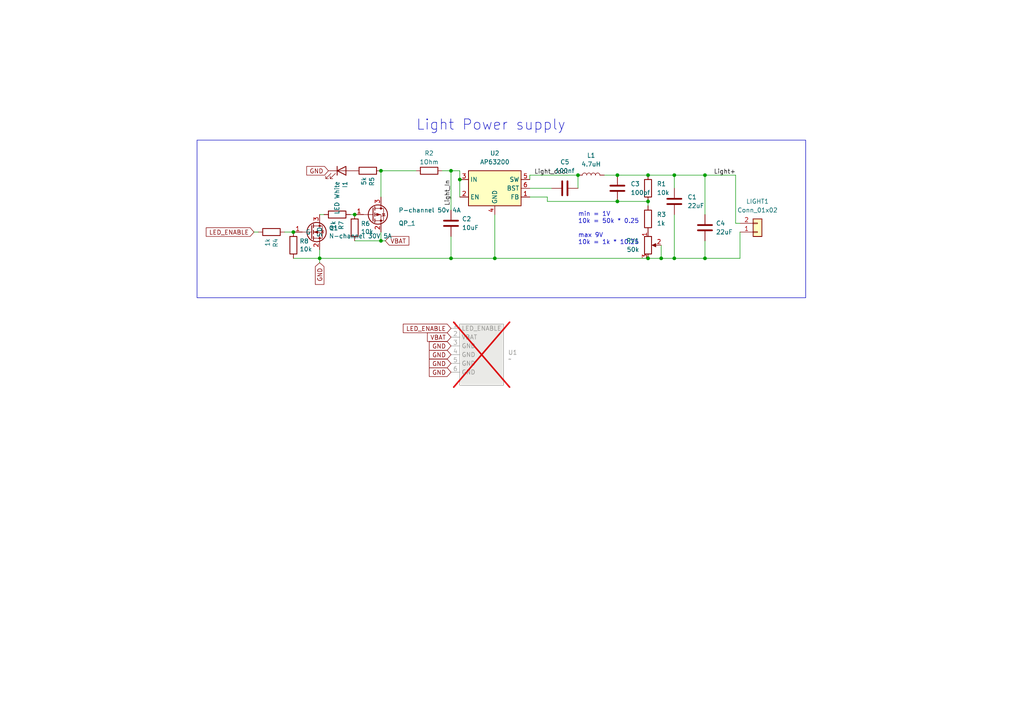
<source format=kicad_sch>
(kicad_sch (version 20250114) (generator "eeschema") (generator_version "9.0")
  (paper "A4")
  (lib_symbols
    (symbol "Connector_Generic:Conn_01x02" (pin_names (offset 1.016) (hide yes))
      (property "Reference" "J" (at 0 2.54 0))
      (property "Value" "Conn_01x02" (at 0 -5.08 0))
      (symbol "Conn_01x02_1_1"
        (rectangle (start -1.27 1.27) (end 1.27 -3.81) (stroke (width 0.254)) (fill (type background)))
        (rectangle (start -1.27 0.127) (end 0 -0.127) (stroke (width 0.1524)))
        (rectangle (start -1.27 -2.413) (end 0 -2.667) (stroke (width 0.1524)))
        (pin passive line (at -5.08 0 0) (length 3.81) (name "Pin_1") (number "1"))
        (pin passive line (at -5.08 -2.54 0) (length 3.81) (name "Pin_2") (number "2"))
      )
    )
    (symbol "Device:C" (pin_numbers (hide yes)) (pin_names (offset 0.254))
      (property "Reference" "C" (at 0.635 2.54 0))
      (property "Value" "C" (at 0.635 -2.54 0))
      (symbol "C_0_1"
        (polyline (pts (xy -2.032 0.762) (xy 2.032 0.762)) (stroke (width 0.508)))
        (polyline (pts (xy -2.032 -0.762) (xy 2.032 -0.762)) (stroke (width 0.508)))
      )
      (symbol "C_1_1"
        (pin passive line (at 0 3.81 270) (length 2.794) (name "~") (number "1"))
        (pin passive line (at 0 -3.81 90) (length 2.794) (name "~") (number "2"))
      )
    )
    (symbol "Device:L" (pin_numbers (hide yes)) (pin_names (offset 1.016) (hide yes))
      (property "Reference" "L" (at -1.27 0 90))
      (property "Value" "L" (at 1.905 0 90))
      (symbol "L_0_1"
        (arc (start 0 2.54) (mid 0.6323 1.905) (end 0 1.27))
        (arc (start 0 1.27) (mid 0.6323 0.635) (end 0 0))
        (arc (start 0 0) (mid 0.6323 -0.635) (end 0 -1.27))
        (arc (start 0 -1.27) (mid 0.6323 -1.905) (end 0 -2.54))
      )
      (symbol "L_1_1"
        (pin passive line (at 0 3.81 270) (length 1.27) (name "1") (number "1"))
        (pin passive line (at 0 -3.81 90) (length 1.27) (name "2") (number "2"))
      )
    )
    (symbol "Device:LED" (pin_numbers (hide yes)) (pin_names (offset 1.016) (hide yes))
      (property "Reference" "D" (at 0 2.54 0))
      (property "Value" "LED" (at 0 -2.54 0))
      (symbol "LED_0_1"
        (polyline (pts (xy -3.048 -0.762) (xy -4.572 -2.286) (xy -3.81 -2.286) (xy -4.572 -2.286) (xy -4.572 -1.524)))
        (polyline (pts (xy -1.778 -0.762) (xy -3.302 -2.286) (xy -2.54 -2.286) (xy -3.302 -2.286) (xy -3.302 -1.524)))
        (polyline (pts (xy -1.27 0) (xy 1.27 0)))
        (polyline (pts (xy -1.27 -1.27) (xy -1.27 1.27)) (stroke (width 0.254)))
        (polyline (pts (xy 1.27 -1.27) (xy 1.27 1.27) (xy -1.27 0) (xy 1.27 -1.27)) (stroke (width 0.254)))
      )
      (symbol "LED_1_1"
        (pin passive line (at -3.81 0 0) (length 2.54) (name "K") (number "1"))
        (pin passive line (at 3.81 0 180) (length 2.54) (name "A") (number "2"))
      )
    )
    (symbol "Device:R" (pin_numbers (hide yes)) (pin_names (offset 0))
      (property "Reference" "R" (at 2.032 0 90))
      (property "Value" "R" (at 0 0 90))
      (symbol "R_0_1"
        (rectangle (start -1.016 -2.54) (end 1.016 2.54) (stroke (width 0.254)))
      )
      (symbol "R_1_1"
        (pin passive line (at 0 3.81 270) (length 1.27) (name "~") (number "1"))
        (pin passive line (at 0 -3.81 90) (length 1.27) (name "~") (number "2"))
      )
    )
    (symbol "Device:R_Potentiometer" (pin_names (offset 1.016) (hide yes))
      (property "Reference" "RV" (at -4.445 0 90))
      (property "Value" "R_Potentiometer" (at -2.54 0 90))
      (symbol "R_Potentiometer_0_1"
        (rectangle (start 1.016 2.54) (end -1.016 -2.54) (stroke (width 0.254)))
        (polyline (pts (xy 1.143 0) (xy 2.286 0.508) (xy 2.286 -0.508) (xy 1.143 0)) (fill (type outline)))
        (polyline (pts (xy 2.54 0) (xy 1.524 0)))
      )
      (symbol "R_Potentiometer_1_1"
        (pin passive line (at 0 3.81 270) (length 1.27) (name "1") (number "1"))
        (pin passive line (at 0 -3.81 90) (length 1.27) (name "3") (number "3"))
        (pin passive line (at 3.81 0 180) (length 1.27) (name "2") (number "2"))
      )
    )
    (symbol "ESP32-DEVKITC-32D:SL2300" (pin_names (offset 1.016))
      (property "Reference" "Q" (at 0 0 0))
      (property "Value" "SL2300" (at 7.62 0 0))
      (symbol "SL2300_1_1"
        (polyline (pts (xy -1.016 1.905) (xy -1.016 -1.905)) (stroke (width 0.254)))
        (polyline (pts (xy -1.016 0) (xy -3.81 0)))
        (polyline (pts (xy -0.508 2.286) (xy -0.508 1.27)) (stroke (width 0.254)))
        (polyline (pts (xy -0.508 0.508) (xy -0.508 -0.508)) (stroke (width 0.254)))
        (polyline (pts (xy -0.508 -1.27) (xy -0.508 -2.286)) (stroke (width 0.254)))
        (polyline (pts (xy -0.508 -1.778) (xy 2.032 -1.778) (xy 2.032 1.778) (xy -0.508 1.778)))
        (polyline (pts (xy -0.254 0) (xy 0.762 0.381) (xy 0.762 -0.381) (xy -0.254 0)) (fill (type outline)))
        (circle (center 0.381 0) (radius 2.794) (stroke (width 0.254)))
        (polyline (pts (xy 1.27 2.54) (xy 1.27 1.778)))
        (circle (center 1.27 1.778) (radius 0.254) (fill (type outline)))
        (circle (center 1.27 -1.778) (radius 0.254) (fill (type outline)))
        (polyline (pts (xy 1.27 -2.54) (xy 1.27 0) (xy -0.508 0)))
        (polyline (pts (xy 1.524 0.508) (xy 1.651 0.381) (xy 2.413 0.381) (xy 2.54 0.254)))
        (polyline (pts (xy 2.032 0.381) (xy 1.651 -0.254) (xy 2.413 -0.254) (xy 2.032 0.381)))
        (pin input line (at -6.35 0 0) (length 2.54) (name "G") (number "1"))
        (pin passive line (at 1.27 5.08 270) (length 2.54) (name "D") (number "3"))
        (pin passive line (at 1.27 -5.08 90) (length 2.54) (name "S") (number "2"))
      )
    )
    (symbol "Modules:LightPowerSupply"
      (property "Reference" "U" (at 0 0 0))
      (symbol "LightPowerSupply_1_1"
        (rectangle (start -6.35 -1.27) (end 6.35 -19.05) (fill (type background)))
        (pin input line (at -8.89 -2.54 0) (length 2.54) (name "LED_ENABLE") (number "1"))
        (pin power_in line (at -8.89 -5.08 0) (length 2.54) (name "VBAT") (number "2"))
        (pin input line (at -8.89 -7.62 0) (length 2.54) (name "GND") (number "3"))
        (pin input line (at -8.89 -10.16 0) (length 2.54) (name "GND") (number "4"))
        (pin input line (at -8.89 -12.7 0) (length 2.54) (name "GND") (number "5"))
        (pin input line (at -8.89 -15.24 0) (length 2.54) (name "GND") (number "6"))
      )
    )
    (symbol "Regulator_Switching:AP63205WU"
      (property "Reference" "U" (at -7.62 6.35 0))
      (property "Value" "AP63205WU" (at 2.54 6.35 0))
      (symbol "AP63205WU_0_1"
        (rectangle (start -7.62 5.08) (end 7.62 -5.08) (stroke (width 0.254)) (fill (type background)))
      )
      (symbol "AP63205WU_1_1"
        (pin power_in line (at -10.16 2.54 0) (length 2.54) (name "IN") (number "3"))
        (pin input line (at -10.16 -2.54 0) (length 2.54) (name "EN") (number "2"))
        (pin power_in line (at 0 -7.62 90) (length 2.54) (name "GND") (number "4"))
        (pin output line (at 10.16 2.54 180) (length 2.54) (name "SW") (number "5"))
        (pin passive line (at 10.16 0 180) (length 2.54) (name "BST") (number "6"))
        (pin input line (at 10.16 -2.54 180) (length 2.54) (name "FB") (number "1"))
      )
    )
    (symbol "Transistor_FET:BSS84" (pin_names (hide yes))
      (property "Reference" "Q" (at 5.08 1.905 0))
      (property "Value" "BSS84" (at 5.08 0 0))
      (symbol "BSS84_0_1"
        (polyline (pts (xy 0.254 1.905) (xy 0.254 -1.905)) (stroke (width 0.254)))
        (polyline (pts (xy 0.254 0) (xy -2.54 0)))
        (polyline (pts (xy 0.762 2.286) (xy 0.762 1.27)) (stroke (width 0.254)))
        (polyline (pts (xy 0.762 1.778) (xy 3.302 1.778) (xy 3.302 -1.778) (xy 0.762 -1.778)))
        (polyline (pts (xy 0.762 0.508) (xy 0.762 -0.508)) (stroke (width 0.254)))
        (polyline (pts (xy 0.762 -1.27) (xy 0.762 -2.286)) (stroke (width 0.254)))
        (circle (center 1.651 0) (radius 2.794) (stroke (width 0.254)))
        (polyline (pts (xy 2.286 0) (xy 1.27 0.381) (xy 1.27 -0.381) (xy 2.286 0)) (fill (type outline)))
        (polyline (pts (xy 2.54 2.54) (xy 2.54 1.778)))
        (circle (center 2.54 1.778) (radius 0.254) (fill (type outline)))
        (circle (center 2.54 -1.778) (radius 0.254) (fill (type outline)))
        (polyline (pts (xy 2.54 -2.54) (xy 2.54 0) (xy 0.762 0)))
        (polyline (pts (xy 2.794 -0.508) (xy 2.921 -0.381) (xy 3.683 -0.381) (xy 3.81 -0.254)))
        (polyline (pts (xy 3.302 -0.381) (xy 2.921 0.254) (xy 3.683 0.254) (xy 3.302 -0.381)))
      )
      (symbol "BSS84_1_1"
        (pin input line (at -5.08 0 0) (length 2.54) (name "G") (number "1"))
        (pin passive line (at 2.54 5.08 270) (length 2.54) (name "D") (number "3"))
        (pin passive line (at 2.54 -5.08 90) (length 2.54) (name "S") (number "2"))
      )
    )
  )
  (rectangle (start 57.15 40.64) (end 233.68 86.36))
  (text "min = 1V\n10k = 50k * 0.25\n\nmax 9V\n10k = 1k * 10.25" (at 167.64 71.12 0) (effects (font (size 1.27 1.27)) (justify left bottom)))
  (text "Light Power supply" (at 120.65 38.1 0) (effects (font (size 3 3)) (justify left bottom)))
  (junction (at 191.77 74.93))
  (junction (at 130.81 49.53))
  (junction (at 187.96 74.93))
  (junction (at 195.58 50.8))
  (junction (at 102.87 62.23))
  (junction (at 130.81 74.93))
  (junction (at 92.71 74.93))
  (junction (at 85.09 67.31))
  (junction (at 167.64 50.8))
  (junction (at 195.58 74.93))
  (junction (at 187.96 50.8))
  (junction (at 179.07 58.42))
  (junction (at 204.47 50.8))
  (junction (at 110.49 49.53))
  (junction (at 110.49 69.85))
  (junction (at 204.47 74.93))
  (junction (at 187.96 58.42))
  (junction (at 133.35 52.07))
  (junction (at 143.51 74.93))
  (junction (at 179.07 50.8))
  (wire (pts (xy 110.49 49.53) (xy 110.49 57.15)))
  (wire (pts (xy 187.96 74.93) (xy 191.77 74.93)))
  (wire (pts (xy 110.49 69.85) (xy 110.49 67.31)))
  (wire (pts (xy 191.77 71.12) (xy 191.77 74.93)))
  (wire (pts (xy 204.47 74.93) (xy 214.63 74.93)))
  (wire (pts (xy 153.67 57.15) (xy 158.75 57.15)))
  (wire (pts (xy 153.67 50.8) (xy 167.64 50.8)))
  (wire (pts (xy 153.67 52.07) (xy 153.67 50.8)))
  (wire (pts (xy 130.81 74.93) (xy 143.51 74.93)))
  (wire (pts (xy 102.87 69.85) (xy 110.49 69.85)))
  (wire (pts (xy 195.58 74.93) (xy 204.47 74.93)))
  (wire (pts (xy 143.51 74.93) (xy 187.96 74.93)))
  (wire (pts (xy 128.27 49.53) (xy 130.81 49.53)))
  (wire (pts (xy 130.81 68.58) (xy 130.81 74.93)))
  (wire (pts (xy 130.81 49.53) (xy 130.81 60.96)))
  (wire (pts (xy 101.6 62.23) (xy 102.87 62.23)))
  (wire (pts (xy 204.47 50.8) (xy 213.36 50.8)))
  (wire (pts (xy 110.49 49.53) (xy 120.65 49.53)))
  (wire (pts (xy 133.35 52.07) (xy 133.35 57.15)))
  (wire (pts (xy 92.71 74.93) (xy 130.81 74.93)))
  (wire (pts (xy 167.64 50.8) (xy 167.64 54.61)))
  (wire (pts (xy 175.26 50.8) (xy 179.07 50.8)))
  (wire (pts (xy 195.58 50.8) (xy 204.47 50.8)))
  (wire (pts (xy 130.81 49.53) (xy 133.35 49.53)))
  (wire (pts (xy 93.98 62.23) (xy 92.71 62.23)))
  (wire (pts (xy 153.67 54.61) (xy 160.02 54.61)))
  (wire (pts (xy 213.36 64.77) (xy 213.36 50.8)))
  (wire (pts (xy 158.75 58.42) (xy 179.07 58.42)))
  (wire (pts (xy 214.63 64.77) (xy 213.36 64.77)))
  (wire (pts (xy 204.47 69.85) (xy 204.47 74.93)))
  (wire (pts (xy 195.58 62.23) (xy 195.58 74.93)))
  (wire (pts (xy 204.47 50.8) (xy 204.47 62.23)))
  (wire (pts (xy 143.51 74.93) (xy 143.51 62.23)))
  (wire (pts (xy 158.75 57.15) (xy 158.75 58.42)))
  (wire (pts (xy 133.35 52.07) (xy 133.35 49.53)))
  (wire (pts (xy 179.07 50.8) (xy 187.96 50.8)))
  (wire (pts (xy 110.49 69.85) (xy 111.76 69.85)))
  (wire (pts (xy 187.96 58.42) (xy 187.96 59.69)))
  (wire (pts (xy 179.07 58.42) (xy 187.96 58.42)))
  (wire (pts (xy 92.71 74.93) (xy 92.71 76.2)))
  (wire (pts (xy 85.09 74.93) (xy 92.71 74.93)))
  (wire (pts (xy 214.63 74.93) (xy 214.63 67.31)))
  (wire (pts (xy 73.66 67.31) (xy 74.93 67.31)))
  (wire (pts (xy 82.55 67.31) (xy 85.09 67.31)))
  (wire (pts (xy 92.71 74.93) (xy 92.71 72.39)))
  (wire (pts (xy 195.58 50.8) (xy 195.58 54.61)))
  (wire (pts (xy 191.77 74.93) (xy 195.58 74.93)))
  (wire (pts (xy 187.96 50.8) (xy 195.58 50.8)))
  (label "Light+" (at 207.01 50.8 0))
  (label "Light_In" (at 130.81 59.69 90))
  (label "Light_cool" (at 154.94 50.8 0))
  (global_label "VBAT" (shape input) (at 130.81 97.79 180) (property "Intersheetrefs" "${INTERSHEET_REFS}" (effects (hide yes))))
  (global_label "GND" (shape input) (at 130.81 107.95 180) (property "Intersheetrefs" "${INTERSHEET_REFS}" (effects (hide yes))))
  (global_label "LED_ENABLE" (shape input) (at 130.81 95.25 180) (property "Intersheetrefs" "${INTERSHEET_REFS}" (effects (hide yes))))
  (global_label "LED_ENABLE" (shape input) (at 73.66 67.31 180) (property "Intersheetrefs" "${INTERSHEET_REFS}" (effects (hide yes))))
  (global_label "VBAT" (shape input) (at 111.76 69.85 0) (property "Intersheetrefs" "${INTERSHEET_REFS}" (effects (hide yes))))
  (global_label "GND" (shape input) (at 130.81 105.41 180) (property "Intersheetrefs" "${INTERSHEET_REFS}" (effects (hide yes))))
  (global_label "GND" (shape input) (at 92.71 76.2 270) (property "Intersheetrefs" "${INTERSHEET_REFS}" (effects (hide yes))))
  (global_label "GND" (shape input) (at 130.81 100.33 180) (property "Intersheetrefs" "${INTERSHEET_REFS}" (effects (hide yes))))
  (global_label "GND" (shape input) (at 130.81 102.87 180) (property "Intersheetrefs" "${INTERSHEET_REFS}" (effects (hide yes))))
  (global_label "GND" (shape input) (at 95.25 49.53 180) (property "Intersheetrefs" "${INTERSHEET_REFS}" (effects (hide yes))))
  (symbol (lib_id "Device:R") (at 187.96 63.5 0) (unit 1)
    (property "Reference" "R3" (at 190.5 62.23 0) (effects (justify left)))
    (property "Value" "1k" (at 190.5 64.77 0) (effects (justify left)))
    (property "Footprint" "Resistor_SMD:R_0603_1608Metric" (effects (hide yes)))
    (property "LCSC_PART_NUMBER" "C95781" (effects (hide yes)))
  )
  (symbol (lib_id "Device:L") (at 171.45 50.8 90) (unit 1)
    (property "Reference" "L1" (at 171.45 45.085 90))
    (property "Value" "4.7uH" (at 171.45 47.625 90))
    (property "Footprint" "Inductor_SMD:L_1210_3225Metric" (effects (hide yes)))
    (property "Datasheet" "http://www.yuden.co.jp/cs/" (effects (hide yes)))
    (property "LCSC_PART_NUMBER" "C520271" (effects (hide yes)))
  )
  (symbol (lib_id "Modules:LightPowerSupply") (at 139.7 92.71 0) (unit 1) (dnp yes)
    (property "Reference" "U1" (at 147.32 102.2349 0) (effects (justify left)))
    (property "Value" "~" (at 147.32 104.14 0) (effects (justify left)))
    (property "Footprint" "Modules:LightPower" (effects (hide yes)))
  )
  (symbol (lib_id "Device:C") (at 204.47 66.04 0) (unit 1)
    (property "Reference" "C4" (at 207.645 64.7699 0) (effects (justify left)))
    (property "Value" "22uF" (at 207.645 67.3099 0) (effects (justify left)))
    (property "Footprint" "PCM_Capacitor_SMD_Handsoldering_AKL:C_0805_2012Metric_Pad1.18x1.45mm" (effects (hide yes)))
    (property "LCSC_PART_NUMBER" "C45783" (effects (hide yes)))
  )
  (symbol (lib_id "Device:R") (at 124.46 49.53 90) (unit 1)
    (property "Reference" "R2" (at 124.46 44.45 90))
    (property "Value" "1Ohm" (at 124.46 46.99 90))
    (property "Footprint" "Resistor_SMD:R_0603_1608Metric" (effects (hide yes)))
    (property "LCSC" "C25271" (effects (hide yes)))
    (property "LCSC_PART_NUMBER" "C25271" (effects (hide yes)))
  )
  (symbol (lib_id "Device:R_Potentiometer") (at 187.96 71.12 0) (unit 1)
    (property "Reference" "RV1" (at 185.42 69.85 0) (effects (justify right)))
    (property "Value" "50k" (at 185.42 72.39 0) (effects (justify right)))
    (property "Footprint" "Potentiometer_THT:Potentiometer_Bourns_3299W_Vertical" (effects (hide yes)))
    (property "LCSC_PART_NUMBER" "C118911" (effects (hide yes)))
  )
  (symbol (lib_id "Device:R") (at 187.96 54.61 0) (unit 1)
    (property "Reference" "R1" (at 190.5 53.34 0) (effects (justify left)))
    (property "Value" "10k" (at 190.5 55.88 0) (effects (justify left)))
    (property "Footprint" "Resistor_SMD:R_0603_1608Metric" (effects (hide yes)))
    (property "LCSC_PART_NUMBER" "C212284" (effects (hide yes)))
  )
  (symbol (lib_id "Device:R") (at 106.68 49.53 270) (unit 1)
    (property "Reference" "R5" (at 107.8484 51.308 0) (effects (justify left)))
    (property "Value" "5k" (at 105.537 51.308 0) (effects (justify left)))
    (property "Footprint" "Resistor_SMD:R_0603_1608Metric" (effects (hide yes)))
    (property "LCSC_PART_NUMBER" "C17590" (effects (hide yes)))
  )
  (symbol (lib_id "Device:R") (at 102.87 66.04 0) (unit 1)
    (property "Reference" "R6" (at 104.648 64.8716 0) (effects (justify left)))
    (property "Value" "10k" (at 104.648 67.183 0) (effects (justify left)))
    (property "Footprint" "Resistor_SMD:R_0603_1608Metric" (effects (hide yes)))
    (property "LCSC_PART_NUMBER" "C212284" (effects (hide yes)))
  )
  (symbol (lib_id "Device:C") (at 130.81 64.77 0) (unit 1)
    (property "Reference" "C2" (at 133.985 63.4999 0) (effects (justify left)))
    (property "Value" "10uF" (at 133.985 66.0399 0) (effects (justify left)))
    (property "Footprint" "PCM_Capacitor_SMD_Handsoldering_AKL:C_1206_3216Metric_Pad1.33x1.80mm" (effects (hide yes)))
    (property "LCSC_PART_NUMBER" "C13585" (effects (hide yes)))
  )
  (symbol (lib_id "ESP32-DEVKITC-32D:SL2300") (at 91.44 67.31 0) (unit 1)
    (property "Reference" "Q1" (at 95.377 66.1416 0) (effects (justify left)))
    (property "Value" "N-channel 30V 5A" (at 95.377 68.453 0) (effects (justify left)))
    (property "Footprint" "PCM_Package_TO_SOT_SMD_AKL:SOT-23" (effects (hide yes)))
    (property "LCSC_PART_NUMBER" "C5364313" (effects (hide yes)))
  )
  (symbol (lib_id "Device:C") (at 163.83 54.61 90) (unit 1)
    (property "Reference" "C5" (at 163.83 46.99 90))
    (property "Value" "100nf" (at 163.83 49.53 90))
    (property "Footprint" "PCM_Capacitor_SMD_Handsoldering_AKL:C_0603_1608Metric_Pad1.08x0.95mm" (effects (hide yes)))
    (property "LCSC_PART_NUMBER" "C49678" (effects (hide yes)))
  )
  (symbol (lib_id "Connector_Generic:Conn_01x02") (at 219.71 67.31 0) (mirror x) (unit 1)
    (property "Reference" "LIGHT1" (at 219.71 58.42 0))
    (property "Value" "Conn_01x02" (at 219.71 60.96 0))
    (property "Footprint" "Connector_JST:JST_EH_B2B-EH-A_1x02_P2.50mm_Vertical" (effects (hide yes)))
  )
  (symbol (lib_id "Transistor_FET:BSS84") (at 107.95 62.23 0) (unit 1)
    (property "Reference" "QP_1" (at 115.57 64.77 0) (effects (justify left)))
    (property "Value" "P-channel 50v 4A" (at 115.57 60.96 0) (effects (justify left)))
    (property "Footprint" "PCM_Package_TO_SOT_SMD_AKL:SOT-23" (effects (hide yes)))
    (property "Datasheet" "http://assets.nexperia.com/documents/data-sheet/BSS84.pdf" (effects (hide yes)))
    (property "Description" "-0.13A Id, -50V Vds, P-Channel MOSFET, SOT-23" (effects (hide yes)))
    (property "LCSC_PART_NUMBER" "C238680" (effects (hide yes)))
  )
  (symbol (lib_id "Device:C") (at 195.58 58.42 0) (unit 1)
    (property "Reference" "C1" (at 199.39 57.15 0) (effects (justify left)))
    (property "Value" "22uF" (at 199.39 59.69 0) (effects (justify left)))
    (property "Footprint" "PCM_Capacitor_SMD_Handsoldering_AKL:C_0805_2012Metric_Pad1.18x1.45mm" (effects (hide yes)))
    (property "LCSC_PART_NUMBER" "C45783" (effects (hide yes)))
  )
  (symbol (lib_id "Device:LED") (at 99.06 49.53 0) (unit 1)
    (property "Reference" "I1" (at 100.0506 52.5272 90) (effects (justify right)))
    (property "Value" "LED White" (at 97.7392 52.5272 90) (effects (justify right)))
    (property "Footprint" "LED_SMD:LED_0805_2012Metric" (effects (hide yes)))
    (property "LCSC_PART_NUMBER" "C84256" (effects (hide yes)))
  )
  (symbol (lib_id "Regulator_Switching:AP63205WU") (at 143.51 54.61 0) (unit 1)
    (property "Reference" "U2" (at 143.51 44.45 0))
    (property "Value" "AP63200" (at 143.51 46.99 0))
    (property "Footprint" "Package_TO_SOT_SMD:TSOT-23-6" (effects (hide yes)))
    (property "Datasheet" "https://www.diodes.com/assets/Datasheets/AP63200-AP63201-AP63203-AP63205.pdf" (effects (hide yes)))
    (property "LCSC" "C2071056" (effects (hide yes)))
    (property "LCSC_PART_NUMBER" "C2071868" (effects (hide yes)))
  )
  (symbol (lib_id "Device:C") (at 179.07 54.61 0) (unit 1)
    (property "Reference" "C3" (at 182.88 53.34 0) (effects (justify left)))
    (property "Value" "100pf" (at 182.88 55.88 0) (effects (justify left)))
    (property "Footprint" "PCM_Capacitor_SMD_Handsoldering_AKL:C_0603_1608Metric_Pad1.08x0.95mm" (effects (hide yes)))
    (property "LCSC_PART_NUMBER" "C14665" (effects (hide yes)))
  )
  (symbol (lib_id "Device:R") (at 97.79 62.23 270) (unit 1)
    (property "Reference" "R7" (at 98.9584 64.008 0) (effects (justify left)))
    (property "Value" "1k" (at 96.647 64.008 0) (effects (justify left)))
    (property "Footprint" "Resistor_SMD:R_0603_1608Metric" (effects (hide yes)))
    (property "LCSC_PART_NUMBER" "C95781" (effects (hide yes)))
  )
  (symbol (lib_id "Device:R") (at 85.09 71.12 0) (unit 1)
    (property "Reference" "R8" (at 86.868 69.9516 0) (effects (justify left)))
    (property "Value" "10k" (at 86.868 72.263 0) (effects (justify left)))
    (property "Footprint" "Resistor_SMD:R_0603_1608Metric" (effects (hide yes)))
    (property "LCSC_PART_NUMBER" "C212284" (effects (hide yes)))
  )
  (symbol (lib_id "Device:R") (at 78.74 67.31 270) (unit 1)
    (property "Reference" "R4" (at 79.9084 69.088 0) (effects (justify left)))
    (property "Value" "1k" (at 77.597 69.088 0) (effects (justify left)))
    (property "Footprint" "Resistor_SMD:R_0603_1608Metric" (effects (hide yes)))
    (property "LCSC_PART_NUMBER" "C95781" (effects (hide yes)))
  )
)
</source>
